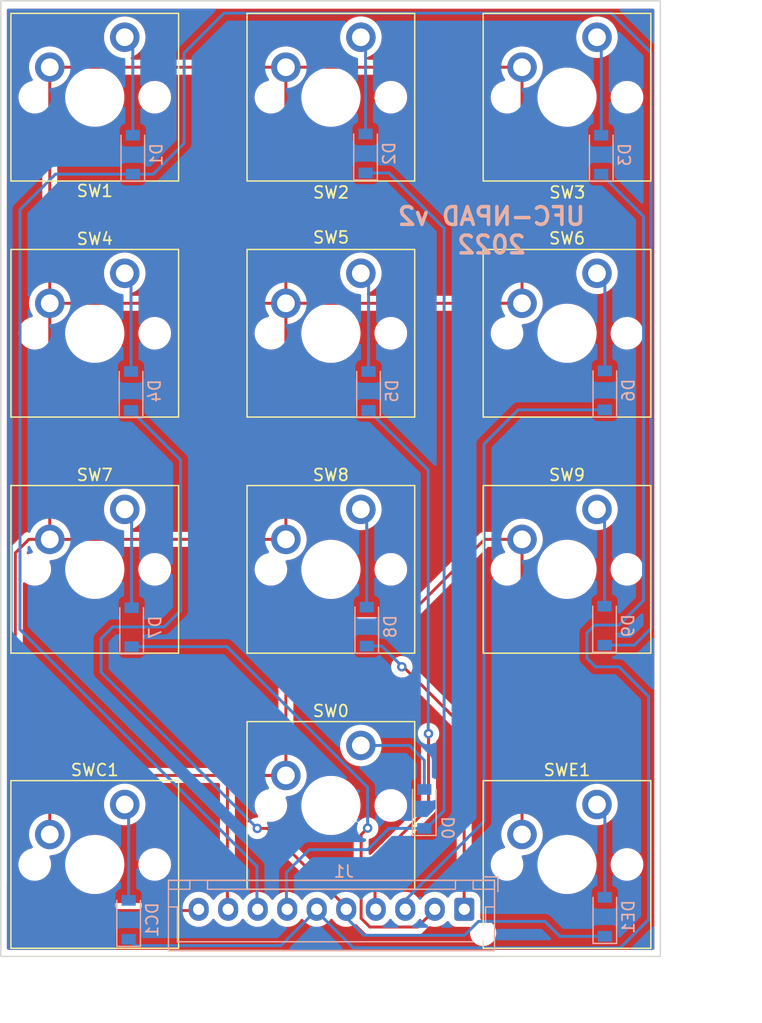
<source format=kicad_pcb>
(kicad_pcb (version 20211014) (generator pcbnew)
  (layers (0 "F.Cu" signal) (31 "B.Cu" signal) (34 "B.Paste" user) (35 "F.Paste" user) (36 "B.SilkS" user "B.Silkscreen") (37 "F.SilkS" user "F.Silkscreen") (38 "B.Mask" user) (39 "F.Mask" user) (44 "Edge.Cuts" user))
  (net 0 "")
  (net 1 "/ROW2")
  (net 2 "Net-(D0-Pad2)")
  (net 3 "/ROW1")
  (net 4 "Net-(D1-Pad2)")
  (net 5 "Net-(D2-Pad2)")
  (net 6 "/ROW3")
  (net 7 "/ROW4")
  (net 8 "Net-(D4-Pad2)")
  (net 9 "/ROW5")
  (net 10 "Net-(D5-Pad2)")
  (net 11 "/ROW6")
  (net 12 "Net-(D6-Pad2)")
  (net 13 "/ROW7")
  (net 14 "Net-(D7-Pad2)")
  (net 15 "/ROW8")
  (net 16 "Net-(D8-Pad2)")
  (net 17 "Net-(D9-Pad2)")
  (net 18 "Net-(DC1-Pad2)")
  (net 19 "Net-(DE1-Pad2)")
  (net 20 "/COL2")
  (net 21 "/COL3")
  (net 22 "Net-(D3-Pad2)")
  (footprint "Switch_Keyboard_Cherry_MX:SW_Cherry_MX_PCB" (layer "F.Cu") (at 100 80)
    (fp_text reference "SW4" (at 0 -8) (layer "F.SilkS"))
    (fp_text value "SW_Push")
    (fp_line (start -7.1 7.1) (end 7.1 7.1) (layer "F.SilkS") (width 0.12))
    (fp_line (start -7.1 -7.1) (end -7.1 7.1) (layer "F.SilkS") (width 0.12))
    (fp_line (start 7.1 7.1) (end 7.1 -7.1) (layer "F.SilkS") (width 0.12))
    (fp_line (start 7.1 -7.1) (end -7.1 -7.1) (layer "F.SilkS") (width 0.12))
    (pad "" np_thru_hole circle (at -5.08 0) (size 1.75 1.75) (drill 1.75) (layers *.Cu *.Mask))
    (pad "" np_thru_hole circle (at 5.08 0) (size 1.75 1.75) (drill 1.75) (layers *.Cu *.Mask))
    (pad "" np_thru_hole circle (at 0 0) (size 4 4) (drill 4) (layers *.Cu *.Mask))
    (pad "1" thru_hole circle (at -3.81 -2.54) (size 2.5 2.5) (drill 1.5) (layers *.Cu "B.Mask") (net 20 "/COL2"))
    (pad "2" thru_hole circle (at 2.54 -5.08) (size 2.5 2.5) (drill 1.5) (layers *.Cu "B.Mask") (net 8 "Net-(D4-Pad2)"))
  )
  (footprint "Switch_Keyboard_Cherry_MX:SW_Cherry_MX_PCB" (layer "F.Cu") (at 100 60)
    (fp_text reference "SW1" (at -0.0002 7.945) (layer "F.SilkS"))
    (fp_text value "SW_Push")
    (fp_line (start -7.1 7.1) (end 7.1 7.1) (layer "F.SilkS") (width 0.12))
    (fp_line (start 7.1 7.1) (end 7.1 -7.1) (layer "F.SilkS") (width 0.12))
    (fp_line (start -7.1 -7.1) (end -7.1 7.1) (layer "F.SilkS") (width 0.12))
    (fp_line (start 7.1 -7.1) (end -7.1 -7.1) (layer "F.SilkS") (width 0.12))
    (pad "" np_thru_hole circle (at 5.08 0) (size 1.75 1.75) (drill 1.75) (layers *.Cu *.Mask))
    (pad "" np_thru_hole circle (at 0 0) (size 4 4) (drill 4) (layers *.Cu *.Mask))
    (pad "" np_thru_hole circle (at -5.08 0) (size 1.75 1.75) (drill 1.75) (layers *.Cu *.Mask))
    (pad "1" thru_hole circle (at -3.81 -2.54) (size 2.5 2.5) (drill 1.5) (layers *.Cu "B.Mask") (net 20 "/COL2"))
    (pad "2" thru_hole circle (at 2.54 -5.08) (size 2.5 2.5) (drill 1.5) (layers *.Cu "B.Mask") (net 4 "Net-(D1-Pad2)"))
  )
  (footprint "Switch_Keyboard_Cherry_MX:SW_Cherry_MX_PCB" (layer "F.Cu") (at 140 125)
    (fp_text reference "SWE1" (at 0 -8) (layer "F.SilkS"))
    (fp_text value "SW_Push")
    (fp_line (start 7.1 7.1) (end 7.1 -7.1) (layer "F.SilkS") (width 0.12))
    (fp_line (start -7.1 7.1) (end 7.1 7.1) (layer "F.SilkS") (width 0.12))
    (fp_line (start -7.1 -7.1) (end -7.1 7.1) (layer "F.SilkS") (width 0.12))
    (fp_line (start 7.1 -7.1) (end -7.1 -7.1) (layer "F.SilkS") (width 0.12))
    (pad "" np_thru_hole circle (at 5.08 0) (size 1.75 1.75) (drill 1.75) (layers *.Cu *.Mask))
    (pad "" np_thru_hole circle (at 0 0) (size 4 4) (drill 4) (layers *.Cu *.Mask))
    (pad "" np_thru_hole circle (at -5.08 0) (size 1.75 1.75) (drill 1.75) (layers *.Cu *.Mask))
    (pad "1" thru_hole circle (at -3.81 -2.54) (size 2.5 2.5) (drill 1.5) (layers *.Cu "B.Mask") (net 21 "/COL3"))
    (pad "2" thru_hole circle (at 2.54 -5.08) (size 2.5 2.5) (drill 1.5) (layers *.Cu "B.Mask") (net 19 "Net-(DE1-Pad2)"))
  )
  (footprint "Switch_Keyboard_Cherry_MX:SW_Cherry_MX_PCB" (layer "F.Cu") (at 140 100)
    (fp_text reference "SW9" (at 0 -8) (layer "F.SilkS"))
    (fp_text value "SW_Push")
    (fp_line (start -7.1 7.1) (end 7.1 7.1) (layer "F.SilkS") (width 0.12))
    (fp_line (start 7.1 -7.1) (end -7.1 -7.1) (layer "F.SilkS") (width 0.12))
    (fp_line (start -7.1 -7.1) (end -7.1 7.1) (layer "F.SilkS") (width 0.12))
    (fp_line (start 7.1 7.1) (end 7.1 -7.1) (layer "F.SilkS") (width 0.12))
    (pad "" np_thru_hole circle (at 0 0) (size 4 4) (drill 4) (layers *.Cu *.Mask))
    (pad "" np_thru_hole circle (at -5.08 0) (size 1.75 1.75) (drill 1.75) (layers *.Cu *.Mask))
    (pad "" np_thru_hole circle (at 5.08 0) (size 1.75 1.75) (drill 1.75) (layers *.Cu *.Mask))
    (pad "1" thru_hole circle (at -3.81 -2.54) (size 2.5 2.5) (drill 1.5) (layers *.Cu "B.Mask") (net 21 "/COL3"))
    (pad "2" thru_hole circle (at 2.54 -5.08) (size 2.5 2.5) (drill 1.5) (layers *.Cu "B.Mask") (net 17 "Net-(D9-Pad2)"))
  )
  (footprint "Switch_Keyboard_Cherry_MX:SW_Cherry_MX_PCB" (layer "F.Cu") (at 120 60)
    (fp_text reference "SW2" (at 0.015 8.072) (layer "F.SilkS"))
    (fp_text value "SW_Push")
    (fp_line (start -7.1 -7.1) (end -7.1 7.1) (layer "F.SilkS") (width 0.12))
    (fp_line (start -7.1 7.1) (end 7.1 7.1) (layer "F.SilkS") (width 0.12))
    (fp_line (start 7.1 7.1) (end 7.1 -7.1) (layer "F.SilkS") (width 0.12))
    (fp_line (start 7.1 -7.1) (end -7.1 -7.1) (layer "F.SilkS") (width 0.12))
    (pad "" np_thru_hole circle (at 0 0) (size 4 4) (drill 4) (layers *.Cu *.Mask))
    (pad "" np_thru_hole circle (at -5.08 0) (size 1.75 1.75) (drill 1.75) (layers *.Cu *.Mask))
    (pad "" np_thru_hole circle (at 5.08 0) (size 1.75 1.75) (drill 1.75) (layers *.Cu *.Mask))
    (pad "1" thru_hole circle (at -3.81 -2.54) (size 2.5 2.5) (drill 1.5) (layers *.Cu "B.Mask") (net 20 "/COL2"))
    (pad "2" thru_hole circle (at 2.54 -5.08) (size 2.5 2.5) (drill 1.5) (layers *.Cu "B.Mask") (net 5 "Net-(D2-Pad2)"))
  )
  (footprint "Switch_Keyboard_Cherry_MX:SW_Cherry_MX_PCB" (layer "F.Cu") (at 140 80)
    (fp_text reference "SW6" (at 0.0048 -8.0418) (layer "F.SilkS"))
    (fp_text value "SW_Push")
    (fp_line (start 7.1 7.1) (end 7.1 -7.1) (layer "F.SilkS") (width 0.12))
    (fp_line (start -7.1 -7.1) (end -7.1 7.1) (layer "F.SilkS") (width 0.12))
    (fp_line (start -7.1 7.1) (end 7.1 7.1) (layer "F.SilkS") (width 0.12))
    (fp_line (start 7.1 -7.1) (end -7.1 -7.1) (layer "F.SilkS") (width 0.12))
    (pad "" np_thru_hole circle (at 5.08 0) (size 1.75 1.75) (drill 1.75) (layers *.Cu *.Mask))
    (pad "" np_thru_hole circle (at -5.08 0) (size 1.75 1.75) (drill 1.75) (layers *.Cu *.Mask))
    (pad "" np_thru_hole circle (at 0 0) (size 4 4) (drill 4) (layers *.Cu *.Mask))
    (pad "1" thru_hole circle (at -3.81 -2.54) (size 2.5 2.5) (drill 1.5) (layers *.Cu "B.Mask") (net 20 "/COL2"))
    (pad "2" thru_hole circle (at 2.54 -5.08) (size 2.5 2.5) (drill 1.5) (layers *.Cu "B.Mask") (net 12 "Net-(D6-Pad2)"))
  )
  (footprint "Switch_Keyboard_Cherry_MX:SW_Cherry_MX_PCB" (layer "F.Cu") (at 120 80)
    (fp_text reference "SW5" (at 0.015 -8.118) (layer "F.SilkS"))
    (fp_text value "SW_Push")
    (fp_line (start -7.1 7.1) (end 7.1 7.1) (layer "F.SilkS") (width 0.12))
    (fp_line (start 7.1 -7.1) (end -7.1 -7.1) (layer "F.SilkS") (width 0.12))
    (fp_line (start -7.1 -7.1) (end -7.1 7.1) (layer "F.SilkS") (width 0.12))
    (fp_line (start 7.1 7.1) (end 7.1 -7.1) (layer "F.SilkS") (width 0.12))
    (pad "" np_thru_hole circle (at 0 0) (size 4 4) (drill 4) (layers *.Cu *.Mask))
    (pad "" np_thru_hole circle (at -5.08 0) (size 1.75 1.75) (drill 1.75) (layers *.Cu *.Mask))
    (pad "" np_thru_hole circle (at 5.08 0) (size 1.75 1.75) (drill 1.75) (layers *.Cu *.Mask))
    (pad "1" thru_hole circle (at -3.81 -2.54) (size 2.5 2.5) (drill 1.5) (layers *.Cu "B.Mask") (net 20 "/COL2"))
    (pad "2" thru_hole circle (at 2.54 -5.08) (size 2.5 2.5) (drill 1.5) (layers *.Cu "B.Mask") (net 10 "Net-(D5-Pad2)"))
  )
  (footprint "Switch_Keyboard_Cherry_MX:SW_Cherry_MX_PCB" (layer "F.Cu") (at 140 60)
    (fp_text reference "SW3" (at 0.0302 8.072) (layer "F.SilkS"))
    (fp_text value "SW_Push")
    (fp_line (start -7.1 7.1) (end 7.1 7.1) (layer "F.SilkS") (width 0.12))
    (fp_line (start 7.1 7.1) (end 7.1 -7.1) (layer "F.SilkS") (width 0.12))
    (fp_line (start 7.1 -7.1) (end -7.1 -7.1) (layer "F.SilkS") (width 0.12))
    (fp_line (start -7.1 -7.1) (end -7.1 7.1) (layer "F.SilkS") (width 0.12))
    (pad "" np_thru_hole circle (at 0 0) (size 4 4) (drill 4) (layers *.Cu *.Mask))
    (pad "" np_thru_hole circle (at -5.08 0) (size 1.75 1.75) (drill 1.75) (layers *.Cu *.Mask))
    (pad "" np_thru_hole circle (at 5.08 0) (size 1.75 1.75) (drill 1.75) (layers *.Cu *.Mask))
    (pad "1" thru_hole circle (at -3.81 -2.54) (size 2.5 2.5) (drill 1.5) (layers *.Cu "B.Mask") (net 20 "/COL2"))
    (pad "2" thru_hole circle (at 2.54 -5.08) (size 2.5 2.5) (drill 1.5) (layers *.Cu "B.Mask") (net 22 "Net-(D3-Pad2)"))
  )
  (footprint "Switch_Keyboard_Cherry_MX:SW_Cherry_MX_PCB" (layer "F.Cu") (at 100 125)
    (fp_text reference "SWC1" (at 0 -8) (layer "F.SilkS"))
    (fp_text value "SW_Push")
    (fp_line (start 7.1 -7.1) (end -7.1 -7.1) (layer "F.SilkS") (width 0.12))
    (fp_line (start -7.1 7.1) (end 7.1 7.1) (layer "F.SilkS") (width 0.12))
    (fp_line (start 7.1 7.1) (end 7.1 -7.1) (layer "F.SilkS") (width 0.12))
    (fp_line (start -7.1 -7.1) (end -7.1 7.1) (layer "F.SilkS") (width 0.12))
    (pad "" np_thru_hole circle (at 5.08 0) (size 1.75 1.75) (drill 1.75) (layers *.Cu *.Mask))
    (pad "" np_thru_hole circle (at -5.08 0) (size 1.75 1.75) (drill 1.75) (layers *.Cu *.Mask))
    (pad "" np_thru_hole circle (at 0 0) (size 4 4) (drill 4) (layers *.Cu *.Mask))
    (pad "1" thru_hole circle (at -3.81 -2.54) (size 2.5 2.5) (drill 1.5) (layers *.Cu "B.Mask") (net 21 "/COL3"))
    (pad "2" thru_hole circle (at 2.54 -5.08) (size 2.5 2.5) (drill 1.5) (layers *.Cu "B.Mask") (net 18 "Net-(DC1-Pad2)"))
  )
  (footprint "Switch_Keyboard_Cherry_MX:SW_Cherry_MX_PCB" (layer "F.Cu") (at 120 120)
    (fp_text reference "SW0" (at 0 -8) (layer "F.SilkS"))
    (fp_text value "SW_Push")
    (fp_line (start -7.1 7.1) (end 7.1 7.1) (layer "F.SilkS") (width 0.12))
    (fp_line (start 7.1 7.1) (end 7.1 -7.1) (layer "F.SilkS") (width 0.12))
    (fp_line (start -7.1 -7.1) (end -7.1 7.1) (layer "F.SilkS") (width 0.12))
    (fp_line (start 7.1 -7.1) (end -7.1 -7.1) (layer "F.SilkS") (width 0.12))
    (pad "" np_thru_hole circle (at 5.08 0) (size 1.75 1.75) (drill 1.75) (layers *.Cu *.Mask))
    (pad "" np_thru_hole circle (at 0 0) (size 4 4) (drill 4) (layers *.Cu *.Mask))
    (pad "" np_thru_hole circle (at -5.08 0) (size 1.75 1.75) (drill 1.75) (layers *.Cu *.Mask))
    (pad "1" thru_hole circle (at -3.81 -2.54) (size 2.5 2.5) (drill 1.5) (layers *.Cu "B.Mask") (net 21 "/COL3"))
    (pad "2" thru_hole circle (at 2.54 -5.08) (size 2.5 2.5) (drill 1.5) (layers *.Cu "B.Mask") (net 2 "Net-(D0-Pad2)"))
  )
  (footprint "Switch_Keyboard_Cherry_MX:SW_Cherry_MX_PCB" (layer "F.Cu") (at 100 100)
    (fp_text reference "SW7" (at 0 -8) (layer "F.SilkS"))
    (fp_text value "SW_Push")
    (fp_line (start 7.1 7.1) (end 7.1 -7.1) (layer "F.SilkS") (width 0.12))
    (fp_line (start -7.1 -7.1) (end -7.1 7.1) (layer "F.SilkS") (width 0.12))
    (fp_line (start 7.1 -7.1) (end -7.1 -7.1) (layer "F.SilkS") (width 0.12))
    (fp_line (start -7.1 7.1) (end 7.1 7.1) (layer "F.SilkS") (width 0.12))
    (pad "" np_thru_hole circle (at 5.08 0) (size 1.75 1.75) (drill 1.75) (layers *.Cu *.Mask))
    (pad "" np_thru_hole circle (at -5.08 0) (size 1.75 1.75) (drill 1.75) (layers *.Cu *.Mask))
    (pad "" np_thru_hole circle (at 0 0) (size 4 4) (drill 4) (layers *.Cu *.Mask))
    (pad "1" thru_hole circle (at -3.81 -2.54) (size 2.5 2.5) (drill 1.5) (layers *.Cu "B.Mask") (net 20 "/COL2"))
    (pad "2" thru_hole circle (at 2.54 -5.08) (size 2.5 2.5) (drill 1.5) (layers *.Cu "B.Mask") (net 14 "Net-(D7-Pad2)"))
  )
  (footprint "Switch_Keyboard_Cherry_MX:SW_Cherry_MX_PCB" (layer "F.Cu") (at 120 100)
    (fp_text reference "SW8" (at 0 -8) (layer "F.SilkS"))
    (fp_text value "SW_Push")
    (fp_line (start 7.1 7.1) (end 7.1 -7.1) (layer "F.SilkS") (width 0.12))
    (fp_line (start -7.1 7.1) (end 7.1 7.1) (layer "F.SilkS") (width 0.12))
    (fp_line (start -7.1 -7.1) (end -7.1 7.1) (layer "F.SilkS") (width 0.12))
    (fp_line (start 7.1 -7.1) (end -7.1 -7.1) (layer "F.SilkS") (width 0.12))
    (pad "" np_thru_hole circle (at -5.08 0) (size 1.75 1.75) (drill 1.75) (layers *.Cu *.Mask))
    (pad "" np_thru_hole circle (at 0 0) (size 4 4) (drill 4) (layers *.Cu *.Mask))
    (pad "" np_thru_hole circle (at 5.08 0) (size 1.75 1.75) (drill 1.75) (layers *.Cu *.Mask))
    (pad "1" thru_hole circle (at -3.81 -2.54) (size 2.5 2.5) (drill 1.5) (layers *.Cu "B.Mask") (net 20 "/COL2"))
    (pad "2" thru_hole circle (at 2.54 -5.08) (size 2.5 2.5) (drill 1.5) (layers *.Cu "B.Mask") (net 16 "Net-(D8-Pad2)"))
  )
  (footprint "Diode_SMD:D_SOD-123" (layer "B.Cu") (at 143.1798 104.775 90)
    (fp_text reference "D9" (at 0 2 90) (layer "B.SilkS") (effects (justify mirror)))
    (fp_text value "1N4148W")
    (fp_line (start -2.25 -1) (end 1.65 -1) (layer "B.SilkS") (width 0.12))
    (fp_line (start -2.25 1) (end 1.65 1) (layer "B.SilkS") (width 0.12))
    (fp_line (start -2.25 1) (end -2.25 -1) (layer "B.SilkS") (width 0.12))
    (pad "1" smd rect (at -1.65 0 90) (size 0.9 1.2) (layers "B.Cu" "B.Paste" "B.Mask") (net 3 "/ROW1"))
    (pad "2" smd rect (at 1.65 0 90) (size 0.9 1.2) (layers "B.Cu" "B.Paste" "B.Mask") (net 17 "Net-(D9-Pad2)"))
  )
  (footprint "Diode_SMD:D_SOD-123" (layer "B.Cu") (at 143.2052 84.836 90)
    (fp_text reference "D6" (at 0 2 90) (layer "B.SilkS") (effects (justify mirror)))
    (fp_text value "1N4148W")
    (fp_line (start -2.25 -1) (end 1.65 -1) (layer "B.SilkS") (width 0.12))
    (fp_line (start -2.25 1) (end -2.25 -1) (layer "B.SilkS") (width 0.12))
    (fp_line (start -2.25 1) (end 1.65 1) (layer "B.SilkS") (width 0.12))
    (pad "1" smd rect (at -1.65 0 90) (size 0.9 1.2) (layers "B.Cu" "B.Paste" "B.Mask") (net 11 "/ROW6"))
    (pad "2" smd rect (at 1.65 0 90) (size 0.9 1.2) (layers "B.Cu" "B.Paste" "B.Mask") (net 12 "Net-(D6-Pad2)"))
  )
  (footprint "Diode_SMD:D_SOD-123" (layer "B.Cu") (at 142.9004 64.8716 90)
    (fp_text reference "D3" (at 0 2 90) (layer "B.SilkS") (effects (justify mirror)))
    (fp_text value "1N4148W")
    (fp_line (start -2.25 1) (end -2.25 -1) (layer "B.SilkS") (width 0.12))
    (fp_line (start -2.25 1) (end 1.65 1) (layer "B.SilkS") (width 0.12))
    (fp_line (start -2.25 -1) (end 1.65 -1) (layer "B.SilkS") (width 0.12))
    (pad "1" smd rect (at -1.65 0 90) (size 0.9 1.2) (layers "B.Cu" "B.Paste" "B.Mask") (net 6 "/ROW3"))
    (pad "2" smd rect (at 1.65 0 90) (size 0.9 1.2) (layers "B.Cu" "B.Paste" "B.Mask") (net 22 "Net-(D3-Pad2)"))
  )
  (footprint "Diode_SMD:D_SOD-123" (layer "B.Cu") (at 102.87 129.6924 90)
    (fp_text reference "DC1" (at 0 2 90) (layer "B.SilkS") (effects (justify mirror)))
    (fp_text value "1N4148W")
    (fp_line (start -2.25 1) (end -2.25 -1) (layer "B.SilkS") (width 0.12))
    (fp_line (start -2.25 -1) (end 1.65 -1) (layer "B.SilkS") (width 0.12))
    (fp_line (start -2.25 1) (end 1.65 1) (layer "B.SilkS") (width 0.12))
    (pad "1" smd rect (at -1.65 0 90) (size 0.9 1.2) (layers "B.Cu" "B.Paste" "B.Mask") (net 6 "/ROW3"))
    (pad "2" smd rect (at 1.65 0 90) (size 0.9 1.2) (layers "B.Cu" "B.Paste" "B.Mask") (net 18 "Net-(DC1-Pad2)"))
  )
  (footprint "Diode_SMD:D_SOD-123" (layer "B.Cu") (at 122.936 64.77 90)
    (fp_text reference "D2" (at 0 2 90) (layer "B.SilkS") (effects (justify mirror)))
    (fp_text value "1N4148W")
    (fp_line (start -2.25 -1) (end 1.65 -1) (layer "B.SilkS") (width 0.12))
    (fp_line (start -2.25 1) (end 1.65 1) (layer "B.SilkS") (width 0.12))
    (fp_line (start -2.25 1) (end -2.25 -1) (layer "B.SilkS") (width 0.12))
    (pad "1" smd rect (at -1.65 0 90) (size 0.9 1.2) (layers "B.Cu" "B.Paste" "B.Mask") (net 1 "/ROW2"))
    (pad "2" smd rect (at 1.65 0 90) (size 0.9 1.2) (layers "B.Cu" "B.Paste" "B.Mask") (net 5 "Net-(D2-Pad2)"))
  )
  (footprint "Diode_SMD:D_SOD-123" (layer "B.Cu") (at 103.0732 84.8868 90)
    (fp_text reference "D4" (at 0 2 90) (layer "B.SilkS") (effects (justify mirror)))
    (fp_text value "1N4148W")
    (fp_line (start -2.25 1) (end 1.65 1) (layer "B.SilkS") (width 0.12))
    (fp_line (start -2.25 -1) (end 1.65 -1) (layer "B.SilkS") (width 0.12))
    (fp_line (start -2.25 1) (end -2.25 -1) (layer "B.SilkS") (width 0.12))
    (pad "1" smd rect (at -1.65 0 90) (size 0.9 1.2) (layers "B.Cu" "B.Paste" "B.Mask") (net 7 "/ROW4"))
    (pad "2" smd rect (at 1.65 0 90) (size 0.9 1.2) (layers "B.Cu" "B.Paste" "B.Mask") (net 8 "Net-(D4-Pad2)"))
  )
  (footprint "Diode_SMD:D_SOD-123" (layer "B.Cu") (at 103.2256 64.8716 90)
    (fp_text reference "D1" (at 0 2 90) (layer "B.SilkS") (effects (justify mirror)))
    (fp_text value "1N4148W")
    (fp_line (start -2.25 -1) (end 1.65 -1) (layer "B.SilkS") (width 0.12))
    (fp_line (start -2.25 1) (end -2.25 -1) (layer "B.SilkS") (width 0.12))
    (fp_line (start -2.25 1) (end 1.65 1) (layer "B.SilkS") (width 0.12))
    (pad "1" smd rect (at -1.65 0 90) (size 0.9 1.2) (layers "B.Cu" "B.Paste" "B.Mask") (net 3 "/ROW1"))
    (pad "2" smd rect (at 1.65 0 90) (size 0.9 1.2) (layers "B.Cu" "B.Paste" "B.Mask") (net 4 "Net-(D1-Pad2)"))
  )
  (footprint "Connector_JST:JST_XH_B10B-XH-AM_1x10_P2.50mm_Vertical" (layer "B.Cu") (at 131.3 128.8 180)
    (fp_text reference "J1" (at 10.2 3.2) (layer "B.SilkS") (effects (justify mirror)))
    (fp_text value "Conn_01x10_Male")
    (fp_line (start -0.75 2.45) (end -2.55 2.45) (layer "B.SilkS") (width 0.12))
    (fp_line (start 25.06 -3.51) (end 25.06 2.46) (layer "B.SilkS") (width 0.12))
    (fp_line (start -1.6 2.75) (end -2.85 2.75) (layer "B.SilkS") (width 0.12))
    (fp_line (start -2.56 2.46) (end -2.56 -3.51) (layer "B.SilkS") (width 0.12))
    (fp_line (start 25.05 1.7) (end 25.05 2.45) (layer "B.SilkS") (width 0.12))
    (fp_line (start 23.25 1.7) (end 25.05 1.7) (layer "B.SilkS") (width 0.12))
    (fp_line (start -0.75 1.7) (end -0.75 2.45) (layer "B.SilkS") (width 0.12))
    (fp_line (start 24.3 0.2) (end 24.3 -2.75) (layer "B.SilkS") (width 0.12))
    (fp_line (start 25.05 0.2) (end 24.3 0.2) (layer "B.SilkS") (width 0.12))
    (fp_line (start 25.05 2.45) (end 23.25 2.45) (layer "B.SilkS") (width 0.12))
    (fp_line (start 23.25 2.45) (end 23.25 1.7) (layer "B.SilkS") (width 0.12))
    (fp_line (start 11.25 -2.75) (end -0.74 -2.75) (layer "B.SilkS") (width 0.12))
    (fp_line (start -2.55 0.2) (end -1.8 0.2) (layer "B.SilkS") (width 0.12))
    (fp_line (start 21.75 1.7) (end 21.75 2.45) (layer "B.SilkS") (width 0.12))
    (fp_line (start 0.75 2.45) (end 0.75 1.7) (layer "B.SilkS") (width 0.12))
    (fp_line (start -1.8 0.2) (end -1.8 -1.14) (layer "B.SilkS") (width 0.12))
    (fp_line (start 25.06 2.46) (end -2.56 2.46) (layer "B.SilkS") (width 0.12))
    (fp_line (start -2.85 2.75) (end -2.85 1.5) (layer "B.SilkS") (width 0.12))
    (fp_line (start -2.55 2.45) (end -2.55 1.7) (layer "B.SilkS") (width 0.12))
    (fp_line (start -2.56 -3.51) (end 25.06 -3.51) (layer "B.SilkS") (width 0.12))
    (fp_line (start -2.55 1.7) (end -0.75 1.7) (layer "B.SilkS") (width 0.12))
    (fp_line (start 0.75 1.7) (end 21.75 1.7) (layer "B.SilkS") (width 0.12))
    (fp_line (start 24.3 -2.75) (end 11.25 -2.75) (layer "B.SilkS") (width 0.12))
    (fp_line (start 21.75 2.45) (end 0.75 2.45) (layer "B.SilkS") (width 0.12))
    (pad "" np_thru_hole circle (at -1.6 -2 180) (size 1.2 1.2) (drill 1.2) (layers *.Cu *.Mask))
    (pad "1" thru_hole roundrect (at 0 0 180) (size 1.7 1.95) (drill 0.95) (layers *.Cu *.Mask) (roundrect_rratio 0.1470588235) (net 15 "/ROW8"))
    (pad "2" thru_hole oval (at 2.5 0 180) (size 1.7 1.95) (drill 0.95) (layers *.Cu *.Mask) (net 13 "/ROW7"))
    (pad "3" thru_hole oval (at 5 0 180) (size 1.7 1.95) (drill 0.95) (layers *.Cu *.Mask) (net 11 "/ROW6"))
    (pad "4" thru_hole oval (at 7.5 0 180) (size 1.7 1.95) (drill 0.95) (layers *.Cu *.Mask) (net 9 "/ROW5"))
    (pad "5" thru_hole oval (at 10 0 180) (size 1.7 1.95) (drill 0.95) (layers *.Cu *.Mask) (net 7 "/ROW4"))
    (pad "6" thru_hole oval (at 12.5 0 180) (size 1.7 1.95) (drill 0.95) (layers *.Cu *.Mask) (net 6 "/ROW3"))
    (pad "7" thru_hole oval (at 15 0 180) (size 1.7 1.95) (drill 0.95) (layers *.Cu *.Mask) (net 1 "/ROW2"))
    (pad "8" thru_hole oval (at 17.5 0 180) (size 1.7 1.95) (drill 0.95) (layers *.Cu *.Mask) (net 3 "/ROW1"))
    (pad "9" thru_hole oval (at 20 0 180) (size 1.7 1.95) (drill 0.95) (layers *.Cu *.Mask) (net 21 "/COL3"))
    (pad "10" thru_hole oval (at 22.5 0 180) (size 1.7 1.95) (drill 0.95) (layers *.Cu *.Mask) (net 20 "/COL2"))
  )
  (footprint "Diode_SMD:D_SOD-123" (layer "B.Cu") (at 123.19 84.8868 90)
    (fp_text reference "D5" (at 0 2 90) (layer "B.SilkS") (effects (justify mirror)))
    (fp_text value "1N4148W")
    (fp_line (start -2.25 1) (end 1.65 1) (layer "B.SilkS") (width 0.12))
    (fp_line (start -2.25 1) (end -2.25 -1) (layer "B.SilkS") (width 0.12))
    (fp_line (start -2.25 -1) (end 1.65 -1) (layer "B.SilkS") (width 0.12))
    (pad "1" smd rect (at -1.65 0 90) (size 0.9 1.2) (layers "B.Cu" "B.Paste" "B.Mask") (net 9 "/ROW5"))
    (pad "2" smd rect (at 1.65 0 90) (size 0.9 1.2) (layers "B.Cu" "B.Paste" "B.Mask") (net 10 "Net-(D5-Pad2)"))
  )
  (footprint "Diode_SMD:D_SOD-123" (layer "B.Cu") (at 143.2052 129.4384 90)
    (fp_text reference "DE1" (at 0 2 90) (layer "B.SilkS") (effects (justify mirror)))
    (fp_text value "1N4148W")
    (fp_line (start -2.25 1) (end -2.25 -1) (layer "B.SilkS") (width 0.12))
    (fp_line (start -2.25 1) (end 1.65 1) (layer "B.SilkS") (width 0.12))
    (fp_line (start -2.25 -1) (end 1.65 -1) (layer "B.SilkS") (width 0.12))
    (pad "1" smd rect (at -1.65 0 90) (size 0.9 1.2) (layers "B.Cu" "B.Paste" "B.Mask") (net 7 "/ROW4"))
    (pad "2" smd rect (at 1.65 0 90) (size 0.9 1.2) (layers "B.Cu" "B.Paste" "B.Mask") (net 19 "Net-(DE1-Pad2)"))
  )
  (footprint "Diode_SMD:D_SOD-123" (layer "B.Cu") (at 127.9144 120.2944 90)
    (fp_text reference "D0" (at -1.6002 2.0574 90) (layer "B.SilkS") (effects (justify mirror)))
    (fp_text value "1N4148W")
    (fp_line (start -2.25 1) (end -2.25 -1) (layer "B.SilkS") (width 0.12))
    (fp_line (start -2.25 -1) (end 1.65 -1) (layer "B.SilkS") (width 0.12))
    (fp_line (start -2.25 1) (end 1.65 1) (layer "B.SilkS") (width 0.12))
    (pad "1" smd rect (at -1.65 0 90) (size 0.9 1.2) (layers "B.Cu" "B.Paste" "B.Mask") (net 1 "/ROW2"))
    (pad "2" smd rect (at 1.65 0 90) (size 0.9 1.2) (layers "B.Cu" "B.Paste" "B.Mask") (net 2 "Net-(D0-Pad2)"))
  )
  (footprint "Diode_SMD:D_SOD-123" (layer "B.Cu") (at 103.124 104.902 90)
    (fp_text reference "D7" (at 0 2 90) (layer "B.SilkS") (effects (justify mirror)))
    (fp_text value "1N4148W")
    (fp_line (start -2.25 1) (end -2.25 -1) (layer "B.SilkS") (width 0.12))
    (fp_line (start -2.25 1) (end 1.65 1) (layer "B.SilkS") (width 0.12))
    (fp_line (start -2.25 -1) (end 1.65 -1) (layer "B.SilkS") (width 0.12))
    (pad "1" smd rect (at -1.65 0 90) (size 0.9 1.2) (layers "B.Cu" "B.Paste" "B.Mask") (net 13 "/ROW7"))
    (pad "2" smd rect (at 1.65 0 90) (size 0.9 1.2) (layers "B.Cu" "B.Paste" "B.Mask") (net 14 "Net-(D7-Pad2)"))
  )
  (footprint "Diode_SMD:D_SOD-123" (layer "B.Cu") (at 123.0376 104.8512 90)
    (fp_text reference "D8" (at 0 2 90) (layer "B.SilkS") (effects (justify mirror)))
    (fp_text value "1N4148W")
    (fp_line (start -2.25 1) (end -2.25 -1) (layer "B.SilkS") (width 0.12))
    (fp_line (start -2.25 -1) (end 1.65 -1) (layer "B.SilkS") (width 0.12))
    (fp_line (start -2.25 1) (end 1.65 1) (layer "B.SilkS") (width 0.12))
    (pad "1" smd rect (at -1.65 0 90) (size 0.9 1.2) (layers "B.Cu" "B.Paste" "B.Mask") (net 15 "/ROW8"))
    (pad "2" smd rect (at 1.65 0 90) (size 0.9 1.2) (layers "B.Cu" "B.Paste" "B.Mask") (net 16 "Net-(D8-Pad2)"))
  )
  (gr_rect (start 92.0496 51.8414) (end 147.9042 132.7912) (layer "Edge.Cuts") (width 0.1) (fill none))
  (gr_text "UFC-NPAD v2\n2022" (at 133.6 71.3) (layer "B.SilkS") (effects (font (size 1.5 1.5) (thickness 0.3)) (justify mirror)))
  (segment (start 129.5908 120.4468) (end 129.5908 71.0946) (width 0.25) (layer "B.Cu") (net 1))
  (segment (start 128.0932 121.9444) (end 129.5908 120.4468) (width 0.25) (layer "B.Cu") (net 1))
  (segment (start 124.9162 66.42) (end 122.936 66.42) (width 0.25) (layer "B.Cu") (net 1))
  (segment (start 118.1608 123.7488) (end 116.2374 125.6722) (width 0.25) (layer "B.Cu") (net 1))
  (segment (start 127.9144 121.9444) (end 124.9182 121.9444) (width 0.25) (layer "B.Cu") (net 1))
  (segment (start 116.2374 125.6722) (end 116.2374 128.905) (width 0.25) (layer "B.Cu") (net 1))
  (segment (start 124.9182 121.9444) (end 123.1138 123.7488) (width 0.25) (layer "B.Cu") (net 1))
  (segment (start 123.1138 123.7488) (end 118.1608 123.7488) (width 0.25) (layer "B.Cu") (net 1))
  (segment (start 129.5908 71.0946) (end 124.9162 66.42) (width 0.25) (layer "B.Cu") (net 1))
  (segment (start 127.9144 121.9444) (end 128.0932 121.9444) (width 0.25) (layer "B.Cu") (net 1))
  (segment (start 127.9144 118.6444) (end 127.9144 116.1796) (width 0.25) (layer "B.Cu") (net 2))
  (segment (start 126.6548 114.92) (end 122.54 114.92) (width 0.25) (layer "B.Cu") (net 2))
  (segment (start 127.9144 116.1796) (end 126.6548 114.92) (width 0.25) (layer "B.Cu") (net 2))
  (segment (start 93.670479 105.100479) (end 113.7374 125.1674) (width 0.25) (layer "B.Cu") (net 3))
  (segment (start 107.569 56.261) (end 107.569 63.9064) (width 0.25) (layer "B.Cu") (net 3))
  (segment (start 110.9472 52.8828) (end 107.569 56.261) (width 0.25) (layer "B.Cu") (net 3))
  (segment (start 143.764 52.8828) (end 110.9472 52.8828) (width 0.25) (layer "B.Cu") (net 3))
  (segment (start 104.9538 66.5216) (end 103.2256 66.5216) (width 0.25) (layer "B.Cu") (net 3))
  (segment (start 93.670479 69.524521) (end 93.670479 105.100479) (width 0.25) (layer "B.Cu") (net 3))
  (segment (start 113.7374 125.1674) (end 113.7374 128.905) (width 0.25) (layer "B.Cu") (net 3))
  (segment (start 145.6954 106.425) (end 147.1168 105.0036) (width 0.25) (layer "B.Cu") (net 3))
  (segment (start 96.6734 66.5216) (end 93.670479 69.524521) (width 0.25) (layer "B.Cu") (net 3))
  (segment (start 147.1168 56.2356) (end 143.764 52.8828) (width 0.25) (layer "B.Cu") (net 3))
  (segment (start 143.1798 106.425) (end 145.6954 106.425) (width 0.25) (layer "B.Cu") (net 3))
  (segment (start 103.2256 66.5216) (end 96.6734 66.5216) (width 0.25) (layer "B.Cu") (net 3))
  (segment (start 147.1168 105.0036) (end 147.1168 56.2356) (width 0.25) (layer "B.Cu") (net 3))
  (segment (start 107.569 63.9064) (end 104.9538 66.5216) (width 0.25) (layer "B.Cu") (net 3))
  (segment (start 103.2256 55.6056) (end 102.54 54.92) (width 0.25) (layer "B.Cu") (net 4))
  (segment (start 103.2256 63.2216) (end 103.2256 55.6056) (width 0.25) (layer "B.Cu") (net 4))
  (segment (start 122.936 63.12) (end 122.936 55.316) (width 0.25) (layer "B.Cu") (net 5))
  (segment (start 122.936 55.316) (end 122.54 54.92) (width 0.25) (layer "B.Cu") (net 5))
  (segment (start 118.7374 128.905) (end 121.887 132.0546) (width 0.25) (layer "B.Cu") (net 6))
  (segment (start 146.9136 110.7694) (end 144.399 108.2548) (width 0.25) (layer "B.Cu") (net 6))
  (segment (start 144.526 132.0546) (end 146.9136 129.667) (width 0.25) (layer "B.Cu") (net 6))
  (segment (start 103.407121 131.879521) (end 115.762879 131.879521) (width 0.25) (layer "B.Cu") (net 6))
  (segment (start 146.4818 70.103) (end 142.9004 66.5216) (width 0.25) (layer "B.Cu") (net 6))
  (segment (start 146.4818 102.6414) (end 146.4818 70.103) (width 0.25) (layer "B.Cu") (net 6))
  (segment (start 141.6812 107.5182) (end 141.6812 105.3846) (width 0.25) (layer "B.Cu") (net 6))
  (segment (start 146.9136 129.667) (end 146.9136 110.7694) (width 0.25) (layer "B.Cu") (net 6))
  (segment (start 144.399 104.7242) (end 146.4818 102.6414) (width 0.25) (layer "B.Cu") (net 6))
  (segment (start 141.6812 105.3846) (end 142.3416 104.7242) (width 0.25) (layer "B.Cu") (net 6))
  (segment (start 115.762879 131.879521) (end 118.7374 128.905) (width 0.25) (layer "B.Cu") (net 6))
  (segment (start 142.4178 108.2548) (end 141.6812 107.5182) (width 0.25) (layer "B.Cu") (net 6))
  (segment (start 102.87 131.3424) (end 103.407121 131.879521) (width 0.25) (layer "B.Cu") (net 6))
  (segment (start 121.887 132.0546) (end 144.526 132.0546) (width 0.25) (layer "B.Cu") (net 6))
  (segment (start 144.399 108.2548) (end 142.4178 108.2548) (width 0.25) (layer "B.Cu") (net 6))
  (segment (start 142.3416 104.7242) (end 144.399 104.7242) (width 0.25) (layer "B.Cu") (net 6))
  (segment (start 114.6302 121.9454) (end 113.7666 121.9454) (width 0.25) (layer "F.Cu") (net 7))
  (segment (start 121.2374 128.5526) (end 114.7826 122.0978) (width 0.25) (layer "F.Cu") (net 7))
  (segment (start 114.7826 122.0978) (end 114.6302 121.9454) (width 0.25) (layer "F.Cu") (net 7))
  (segment (start 121.2374 128.905) (end 121.2374 128.5526) (width 0.25) (layer "F.Cu") (net 7))
  (via (at 113.7666 121.9454) (size 0.8) (drill 0.4) (layers "F.Cu" "B.Cu") (net 7))
  (segment (start 131.321818 131) (end 132.496339 129.825479) (width 0.25) (layer "B.Cu") (net 7))
  (segment (start 101.5238 104.8766) (end 105.8926 104.8766) (width 0.25) (layer "B.Cu") (net 7))
  (segment (start 100.5332 108.712) (end 100.5332 105.8672) (width 0.25) (layer "B.Cu") (net 7))
  (segment (start 121.3 129.5) (end 122.8 131) (width 0.25) (layer "B.Cu") (net 7))
  (segment (start 105.8926 104.8766) (end 107.2642 103.505) (width 0.25) (layer "B.Cu") (net 7))
  (segment (start 139.3884 131.0884) (end 143.2052 131.0884) (width 0.25) (layer "B.Cu") (net 7))
  (segment (start 122.8 131) (end 131.321818 131) (width 0.25) (layer "B.Cu") (net 7))
  (segment (start 121.3 128.8) (end 121.3 129.5) (width 0.25) (layer "B.Cu") (net 7))
  (segment (start 113.7666 121.9454) (end 100.5332 108.712) (width 0.25) (layer "B.Cu") (net 7))
  (segment (start 132.496339 129.825479) (end 138.125479 129.825479) (width 0.25) (layer "B.Cu") (net 7))
  (segment (start 100.5332 105.8672) (end 101.5238 104.8766) (width 0.25) (layer "B.Cu") (net 7))
  (segment (start 107.2642 103.505) (end 107.2642 90.7278) (width 0.25) (layer "B.Cu") (net 7))
  (segment (start 138.125479 129.825479) (end 139.3884 131.0884) (width 0.25) (layer "B.Cu") (net 7))
  (segment (start 107.2642 90.7278) (end 103.0732 86.5368) (width 0.25) (layer "B.Cu") (net 7))
  (segment (start 103.0732 75.4532) (end 102.54 74.92) (width 0.25) (layer "B.Cu") (net 8))
  (segment (start 103.0732 83.2368) (end 103.0732 75.4532) (width 0.25) (layer "B.Cu") (net 8))
  (segment (start 128.27 113.919) (end 128.27 120.1928) (width 0.25) (layer "F.Cu") (net 9))
  (segment (start 128.27 120.1928) (end 123.7374 124.7254) (width 0.25) (layer "F.Cu") (net 9))
  (segment (start 123.7374 124.7254) (end 123.7374 128.905) (width 0.25) (layer "F.Cu") (net 9))
  (via (at 128.27 113.919) (size 0.8) (drill 0.4) (layers "F.Cu" "B.Cu") (net 9))
  (segment (start 128.2446 91.5914) (end 123.19 86.5368) (width 0.25) (layer "B.Cu") (net 9))
  (segment (start 128.2446 113.8936) (end 128.2446 91.5914) (width 0.25) (layer "B.Cu") (net 9))
  (segment (start 128.27 113.919) (end 128.2446 113.8936) (width 0.25) (layer "B.Cu") (net 9))
  (segment (start 123.19 75.57) (end 122.54 74.92) (width 0.25) (layer "B.Cu") (net 10))
  (segment (start 123.19 83.2368) (end 123.19 75.57) (width 0.25) (layer "B.Cu") (net 10))
  (segment (start 126.2882 128.042) (end 132.969 121.3612) (width 0.25) (layer "B.Cu") (net 11))
  (segment (start 132.969 121.3612) (end 132.969 89.3826) (width 0.25) (layer "B.Cu") (net 11))
  (segment (start 132.969 89.3826) (end 135.8656 86.486) (width 0.25) (layer "B.Cu") (net 11))
  (segment (start 126.2882 128.8542) (end 126.2882 128.042) (width 0.25) (layer "B.Cu") (net 11))
  (segment (start 135.8656 86.486) (end 143.2052 86.486) (width 0.25) (layer "B.Cu") (net 11))
  (segment (start 143.2052 75.5852) (end 142.54 74.92) (width 0.25) (layer "B.Cu") (net 12))
  (segment (start 143.2052 83.186) (end 143.2052 75.5852) (width 0.25) (layer "B.Cu") (net 12))
  (segment (start 122.56288 122.47092) (end 122.56288 129.56288) (width 0.25) (layer "F.Cu") (net 13))
  (segment (start 122.56288 129.56288) (end 123.3 130.3) (width 0.25) (layer "F.Cu") (net 13))
  (segment (start 127.3424 130.3) (end 128.7374 128.905) (width 0.25) (layer "F.Cu") (net 13))
  (segment (start 123.1138 121.92) (end 122.56288 122.47092) (width 0.25) (layer "F.Cu") (net 13))
  (segment (start 123.3 130.3) (end 127.3424 130.3) (width 0.25) (layer "F.Cu") (net 13))
  (via (at 123.1138 121.92) (size 0.8) (drill 0.4) (layers "F.Cu" "B.Cu") (net 13))
  (segment (start 123.1138 118.4656) (end 111.2002 106.552) (width 0.25) (layer "B.Cu") (net 13))
  (segment (start 111.2002 106.552) (end 103.124 106.552) (width 0.25) (layer "B.Cu") (net 13))
  (segment (start 123.1138 121.92) (end 123.1138 118.4656) (width 0.25) (layer "B.Cu") (net 13))
  (segment (start 103.124 103.252) (end 103.124 95.504) (width 0.25) (layer "B.Cu") (net 14))
  (segment (start 103.124 95.504) (end 102.54 94.92) (width 0.25) (layer "B.Cu") (net 14))
  (segment (start 126.1364 108.2548) (end 131.2882 113.4066) (width 0.25) (layer "F.Cu") (net 15))
  (segment (start 126.0094 108.2548) (end 126.1364 108.2548) (width 0.25) (layer "F.Cu") (net 15))
  (segment (start 131.2882 113.4066) (end 131.2882 128.8542) (width 0.25) (layer "F.Cu") (net 15))
  (via (at 126.0094 108.2548) (size 0.8) (drill 0.4) (layers "F.Cu" "B.Cu") (net 15))
  (segment (start 126.0094 108.2548) (end 126.0094 108.204) (width 0.25) (layer "B.Cu") (net 15))
  (segment (start 124.3066 106.5012) (end 123.0376 106.5012) (width 0.25) (layer "B.Cu") (net 15))
  (segment (start 126.0094 108.204) (end 124.3066 106.5012) (width 0.25) (layer "B.Cu") (net 15))
  (segment (start 123.0376 95.4176) (end 122.54 94.92) (width 0.25) (layer "B.Cu") (net 16))
  (segment (start 123.0376 103.2012) (end 123.0376 95.4176) (width 0.25) (layer "B.Cu") (net 16))
  (segment (start 143.1798 103.125) (end 143.1798 95.5598) (width 0.25) (layer "B.Cu") (net 17))
  (segment (start 143.1798 95.5598) (end 142.54 94.92) (width 0.25) (layer "B.Cu") (net 17))
  (segment (start 102.87 120.25) (end 102.54 119.92) (width 0.25) (layer "B.Cu") (net 18))
  (segment (start 102.87 128.0424) (end 102.87 120.25) (width 0.25) (layer "B.Cu") (net 18))
  (segment (start 143.2052 120.5852) (end 142.54 119.92) (width 0.25) (layer "B.Cu") (net 19))
  (segment (start 143.2052 127.7884) (end 143.2052 120.5852) (width 0.25) (layer "B.Cu") (net 19))
  (segment (start 96.19 57.46) (end 116.19 57.46) (width 0.25) (layer "F.Cu") (net 20))
  (segment (start 116.19 77.46) (end 116.19 97.46) (width 0.25) (layer "F.Cu") (net 20))
  (segment (start 116.19 57.46) (end 136.19 57.46) (width 0.25) (layer "F.Cu") (net 20))
  (segment (start 108.7374 128.905) (end 95.9866 128.905) (width 0.25) (layer "F.Cu") (net 20))
  (segment (start 96.19 77.46) (end 116.19 77.46) (width 0.25) (layer "F.Cu") (net 20))
  (segment (start 95.9866 128.905) (end 93.2688 126.1872) (width 0.25) (layer "F.Cu") (net 20))
  (segment (start 94.422234 97.46) (end 96.19 97.46) (width 0.25) (layer "F.Cu") (net 20))
  (segment (start 93.2688 98.613434) (end 94.422234 97.46) (width 0.25) (layer "F.Cu") (net 20))
  (segment (start 96.19 77.46) (end 96.19 57.46) (width 0.25) (layer "F.Cu") (net 20))
  (segment (start 136.19 77.46) (end 136.19 57.46) (width 0.25) (layer "F.Cu") (net 20))
  (segment (start 116.19 97.46) (end 96.19 97.46) (width 0.25) (layer "F.Cu") (net 20))
  (segment (start 96.19 97.46) (end 96.19 77.46) (width 0.25) (layer "F.Cu") (net 20))
  (segment (start 116.19 77.46) (end 136.19 77.46) (width 0.25) (layer "F.Cu") (net 20))
  (segment (start 116.19 77.46) (end 116.19 57.46) (width 0.25) (layer "F.Cu") (net 20))
  (segment (start 93.2688 126.1872) (end 93.2688 98.613434) (width 0.25) (layer "F.Cu") (net 20))
  (segment (start 111.2374 118.2516) (end 112.029 117.46) (width 0.25) (layer "F.Cu") (net 21))
  (segment (start 112.029 117.46) (end 116.19 117.46) (width 0.25) (layer "F.Cu") (net 21))
  (segment (start 125.7808 104.6988) (end 133.0196 97.46) (width 0.25) (layer "F.Cu") (net 21))
  (segment (start 111.2374 128.905) (end 111.2374 118.2516) (width 0.25) (layer "F.Cu") (net 21))
  (segment (start 120.4976 104.6988) (end 125.7808 104.6988) (width 0.25) (layer "F.Cu") (net 21))
  (segment (start 96.19 119.6592) (end 98.3892 117.46) (width 0.25) (layer "F.Cu") (net 21))
  (segment (start 133.0196 97.46) (end 136.19 97.46) (width 0.25) (layer "F.Cu") (net 21))
  (segment (start 116.19 109.0064) (end 120.4976 104.6988) (width 0.25) (layer "F.Cu") (net 21))
  (segment (start 136.19 97.46) (end 136.19 122.46) (width 0.25) (layer "F.Cu") (net 21))
  (segment (start 96.19 122.46) (end 96.19 119.6592) (width 0.25) (layer "F.Cu") (net 21))
  (segment (start 98.3892 117.46) (end 116.19 117.46) (width 0.25) (layer "F.Cu") (net 21))
  (segment (start 116.19 117.46) (end 116.19 109.0064) (width 0.25) (layer "F.Cu") (net 21))
  (segment (start 142.9004 55.2804) (end 142.54 54.92) (width 0.25) (layer "B.Cu") (net 22))
  (segment (start 142.9004 63.2216) (end 142.9004 55.2804) (width 0.25) (layer "B.Cu") (net 22))
  (zone (net 0) (net_name "") (layers F&B.Cu) (connect_pads (clearance 0.508)) (min_thickness 0.254) (fill yes (thermal_gap 0.508) (thermal_bridge_width 0.508))
    (polygon (pts (xy 147.4216 132.2324) (xy 92.5068 132.2324) (xy 92.5068 52.5018) (xy 147.4724 52.5018)))
  )
)
</source>
